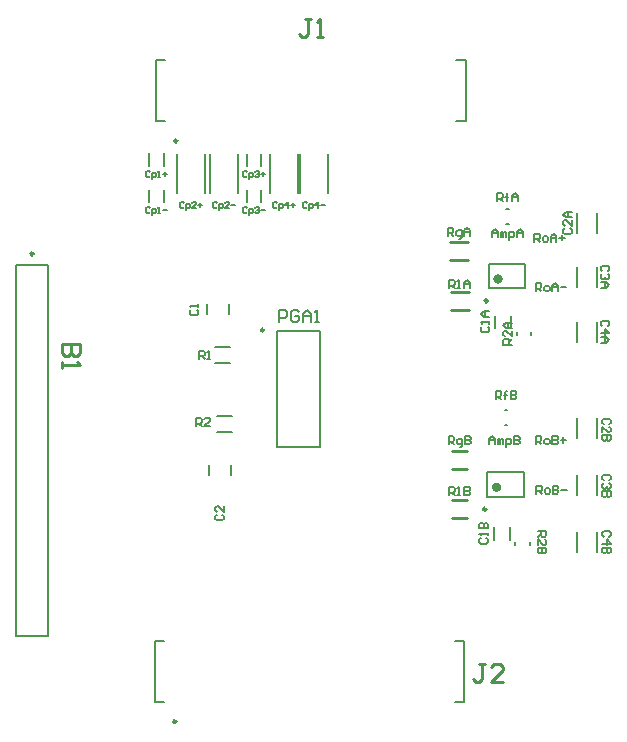
<source format=gbr>
%TF.GenerationSoftware,Altium Limited,Altium Designer,22.9.1 (49)*%
G04 Layer_Color=65535*
%FSLAX25Y25*%
%MOIN*%
%TF.SameCoordinates,3D4AB22D-4464-4A1E-8ED4-CD8DD9DE0D00*%
%TF.FilePolarity,Positive*%
%TF.FileFunction,Legend,Top*%
%TF.Part,Single*%
G01*
G75*
%TA.AperFunction,NonConductor*%
%ADD27C,0.01000*%
%ADD35C,0.00984*%
%ADD36C,0.01575*%
%ADD37C,0.00787*%
%ADD38C,0.00591*%
D27*
X208000Y186000D02*
X214000D01*
X208000Y192000D02*
X214000D01*
X207791Y208500D02*
X213791D01*
X207791Y202500D02*
X213791D01*
X208500Y122500D02*
X213500D01*
X208500Y139000D02*
X213500D01*
X208500Y116500D02*
X213500D01*
X208500Y133000D02*
X213500D01*
X219500Y67999D02*
X217501D01*
X218501D01*
Y63001D01*
X217501Y62001D01*
X216501D01*
X215502Y63001D01*
X225498Y62001D02*
X221500D01*
X225498Y66000D01*
Y66999D01*
X224499Y67999D01*
X222499D01*
X221500Y66999D01*
X161417Y282936D02*
X159418D01*
X160418D01*
Y277938D01*
X159418Y276938D01*
X158418D01*
X157419Y277938D01*
X163417Y276938D02*
X165416D01*
X164416D01*
Y282936D01*
X163417Y281936D01*
X84398Y174671D02*
X78400D01*
Y171672D01*
X79400Y170672D01*
X80400D01*
X81399Y171672D01*
Y174671D01*
Y171672D01*
X82399Y170672D01*
X83399D01*
X84398Y171672D01*
Y174671D01*
X78400Y168673D02*
Y166674D01*
Y167673D01*
X84398D01*
X83399Y168673D01*
D35*
X116512Y48787D02*
G03*
X116512Y48787I-492J0D01*
G01*
X116929Y242287D02*
G03*
X116929Y242287I-492J0D01*
G01*
X145780Y179185D02*
G03*
X145780Y179185I-492J0D01*
G01*
X68992Y204661D02*
G03*
X68992Y204661I-492J0D01*
G01*
X219882Y119500D02*
G03*
X219882Y119500I-492J0D01*
G01*
X220382Y189000D02*
G03*
X220382Y189000I-492J0D01*
G01*
D36*
X224114Y126784D02*
G03*
X224114Y126784I-787J0D01*
G01*
X224614Y196283D02*
G03*
X224614Y196283I-787J0D01*
G01*
D37*
X109425Y55362D02*
Y75638D01*
X209445Y55362D02*
X212575D01*
X109425D02*
X112555D01*
X212575D02*
Y75638D01*
X209445D02*
X212575D01*
X109425D02*
X112555D01*
X109843Y248862D02*
Y269138D01*
X209862Y248862D02*
X212992D01*
X109843D02*
X112972D01*
X212992D02*
Y269138D01*
X209862D02*
X212992D01*
X109843D02*
X112972D01*
X150012Y140209D02*
X164579D01*
X150012Y178791D02*
X164579D01*
Y140209D02*
Y178791D01*
X150012Y140209D02*
Y178791D01*
X63185Y200972D02*
X73815D01*
X63185Y77350D02*
Y200972D01*
Y77350D02*
X73815D01*
Y200972D01*
X157138Y225039D02*
Y238055D01*
X147862Y225039D02*
Y238055D01*
X167138Y224992D02*
Y238008D01*
X157862Y224992D02*
Y238008D01*
X134158Y184645D02*
Y187979D01*
X126842Y184645D02*
Y187979D01*
X256846Y193654D02*
Y200346D01*
X250153Y193654D02*
Y200346D01*
Y143154D02*
Y149846D01*
X256846Y143154D02*
Y149846D01*
X250153Y175201D02*
Y181894D01*
X256846Y175201D02*
Y181894D01*
Y124153D02*
Y130847D01*
X250153Y124153D02*
Y130847D01*
X256846Y211606D02*
Y218299D01*
X250153Y211606D02*
Y218299D01*
X127342Y131021D02*
Y134355D01*
X134658Y131021D02*
Y134355D01*
X129995Y150657D02*
X135005D01*
X129995Y145343D02*
X135005D01*
X129495Y173658D02*
X134505D01*
X129495Y168342D02*
X134505D01*
X107539Y221858D02*
Y225992D01*
X112461Y221858D02*
Y225992D01*
X107539Y234008D02*
Y238142D01*
X112461Y234008D02*
Y238142D01*
X126138Y225039D02*
Y238055D01*
X116862Y225039D02*
Y238055D01*
X140039Y233933D02*
Y238067D01*
X144961Y233933D02*
Y238067D01*
X137138Y224992D02*
Y238008D01*
X127862Y224992D02*
Y238008D01*
X140039Y221933D02*
Y226067D01*
X144961Y221933D02*
Y226067D01*
X226106Y152461D02*
X226894D01*
X226106Y147539D02*
X226894D01*
X256846Y105154D02*
Y111846D01*
X250153Y105154D02*
Y111846D01*
X229539Y107669D02*
Y108457D01*
X234461Y107669D02*
Y108457D01*
X232382Y123634D02*
Y131902D01*
X220177Y123634D02*
Y131902D01*
X232382D01*
X220177Y123634D02*
X232382D01*
X222833Y179938D02*
Y184072D01*
X228157Y179933D02*
Y184067D01*
X230039Y177669D02*
Y178457D01*
X234961Y177669D02*
Y178457D01*
X232882Y193134D02*
Y201402D01*
X220677Y193134D02*
Y201402D01*
X232882D01*
X220677Y193134D02*
X232882D01*
X226606Y219461D02*
X227394D01*
X226606Y214539D02*
X227394D01*
X227658Y109358D02*
Y113492D01*
X222333Y109363D02*
Y113497D01*
X150940Y182032D02*
Y185968D01*
X152908D01*
X153564Y185312D01*
Y184000D01*
X152908Y183344D01*
X150940D01*
X157500Y185312D02*
X156844Y185968D01*
X155532D01*
X154876Y185312D01*
Y182688D01*
X155532Y182032D01*
X156844D01*
X157500Y182688D01*
Y184000D01*
X156188D01*
X158812Y182032D02*
Y184656D01*
X160124Y185968D01*
X161436Y184656D01*
Y182032D01*
Y184000D01*
X158812D01*
X162748Y182032D02*
X164060D01*
X163404D01*
Y185968D01*
X162748Y185312D01*
X207556Y193122D02*
Y195878D01*
X208934D01*
X209393Y195418D01*
Y194500D01*
X208934Y194041D01*
X207556D01*
X208475D02*
X209393Y193122D01*
X210311D02*
X211230D01*
X210770D01*
Y195878D01*
X210311Y195418D01*
X212607Y193122D02*
Y194959D01*
X213525Y195878D01*
X214444Y194959D01*
Y193122D01*
Y194500D01*
X212607D01*
X207118Y210582D02*
Y213337D01*
X208495D01*
X208955Y212877D01*
Y211959D01*
X208495Y211500D01*
X207118D01*
X208036D02*
X208955Y210582D01*
X210791Y209663D02*
X211250D01*
X211710Y210122D01*
Y212418D01*
X210332D01*
X209873Y211959D01*
Y211041D01*
X210332Y210582D01*
X211710D01*
X212628D02*
Y212418D01*
X213546Y213337D01*
X214465Y212418D01*
Y210582D01*
Y211959D01*
X212628D01*
X121582Y186000D02*
X121123Y185541D01*
Y184623D01*
X121582Y184163D01*
X123418D01*
X123878Y184623D01*
Y185541D01*
X123418Y186000D01*
X123878Y186918D02*
Y187837D01*
Y187378D01*
X121123D01*
X121582Y186918D01*
X260418Y198837D02*
X260877Y199296D01*
Y200214D01*
X260418Y200673D01*
X258582D01*
X258122Y200214D01*
Y199296D01*
X258582Y198837D01*
X260418Y197918D02*
X260877Y197459D01*
Y196541D01*
X260418Y196082D01*
X259959D01*
X259500Y196541D01*
Y197000D01*
Y196541D01*
X259041Y196082D01*
X258582D01*
X258122Y196541D01*
Y197459D01*
X258582Y197918D01*
X258122Y195163D02*
X259959D01*
X260877Y194245D01*
X259959Y193327D01*
X258122D01*
X259500D01*
Y195163D01*
X260918Y147884D02*
X261378Y148343D01*
Y149261D01*
X260918Y149721D01*
X259082D01*
X258623Y149261D01*
Y148343D01*
X259082Y147884D01*
X258623Y145129D02*
Y146966D01*
X260459Y145129D01*
X260918D01*
X261378Y145588D01*
Y146506D01*
X260918Y146966D01*
X261378Y144211D02*
X258623D01*
Y142833D01*
X259082Y142374D01*
X259541D01*
X260000Y142833D01*
Y144211D01*
Y142833D01*
X260459Y142374D01*
X260918D01*
X261378Y142833D01*
Y144211D01*
X236449Y141122D02*
Y143877D01*
X237827D01*
X238286Y143418D01*
Y142500D01*
X237827Y142041D01*
X236449D01*
X237368D02*
X238286Y141122D01*
X239663D02*
X240582D01*
X241041Y141582D01*
Y142500D01*
X240582Y142959D01*
X239663D01*
X239204Y142500D01*
Y141582D01*
X239663Y141122D01*
X241959Y143877D02*
Y141122D01*
X243337D01*
X243796Y141582D01*
Y142041D01*
X243337Y142500D01*
X241959D01*
X243337D01*
X243796Y142959D01*
Y143418D01*
X243337Y143877D01*
X241959D01*
X244714Y142500D02*
X246551D01*
X245633Y143418D02*
Y141582D01*
X236633Y124622D02*
Y127377D01*
X238010D01*
X238469Y126918D01*
Y126000D01*
X238010Y125541D01*
X236633D01*
X237551D02*
X238469Y124622D01*
X239847D02*
X240765D01*
X241224Y125082D01*
Y126000D01*
X240765Y126459D01*
X239847D01*
X239388Y126000D01*
Y125082D01*
X239847Y124622D01*
X242143Y127377D02*
Y124622D01*
X243520D01*
X243979Y125082D01*
Y125541D01*
X243520Y126000D01*
X242143D01*
X243520D01*
X243979Y126459D01*
Y126918D01*
X243520Y127377D01*
X242143D01*
X244898Y126000D02*
X246734D01*
X260418Y180431D02*
X260877Y180890D01*
Y181809D01*
X260418Y182268D01*
X258582D01*
X258122Y181809D01*
Y180890D01*
X258582Y180431D01*
X258122Y178135D02*
X260877D01*
X259500Y179513D01*
Y177676D01*
X258122Y176758D02*
X259959D01*
X260877Y175839D01*
X259959Y174921D01*
X258122D01*
X259500D01*
Y176758D01*
X260918Y129104D02*
X261378Y129564D01*
Y130482D01*
X260918Y130941D01*
X259082D01*
X258623Y130482D01*
Y129564D01*
X259082Y129104D01*
X260918Y128186D02*
X261378Y127727D01*
Y126809D01*
X260918Y126349D01*
X260459D01*
X260000Y126809D01*
Y127268D01*
Y126809D01*
X259541Y126349D01*
X259082D01*
X258623Y126809D01*
Y127727D01*
X259082Y128186D01*
X261378Y125431D02*
X258623D01*
Y124054D01*
X259082Y123594D01*
X259541D01*
X260000Y124054D01*
Y125431D01*
Y124054D01*
X260459Y123594D01*
X260918D01*
X261378Y124054D01*
Y125431D01*
X246082Y213116D02*
X245622Y212657D01*
Y211739D01*
X246082Y211279D01*
X247918D01*
X248377Y211739D01*
Y212657D01*
X247918Y213116D01*
X248377Y215871D02*
Y214034D01*
X246541Y215871D01*
X246082D01*
X245622Y215412D01*
Y214494D01*
X246082Y214034D01*
X248377Y216789D02*
X246541D01*
X245622Y217708D01*
X246541Y218626D01*
X248377D01*
X247000D01*
Y216789D01*
X207327Y141082D02*
Y143837D01*
X208704D01*
X209163Y143377D01*
Y142459D01*
X208704Y142000D01*
X207327D01*
X208245D02*
X209163Y141082D01*
X211000Y140163D02*
X211459D01*
X211918Y140622D01*
Y142918D01*
X210541D01*
X210082Y142459D01*
Y141541D01*
X210541Y141082D01*
X211918D01*
X212837Y143837D02*
Y141082D01*
X214214D01*
X214673Y141541D01*
Y142000D01*
X214214Y142459D01*
X212837D01*
X214214D01*
X214673Y142918D01*
Y143377D01*
X214214Y143837D01*
X212837D01*
X130082Y117729D02*
X129622Y117270D01*
Y116351D01*
X130082Y115892D01*
X131918D01*
X132378Y116351D01*
Y117270D01*
X131918Y117729D01*
X132378Y120484D02*
Y118647D01*
X130541Y120484D01*
X130082D01*
X129622Y120025D01*
Y119106D01*
X130082Y118647D01*
X123204Y147123D02*
Y149878D01*
X124582D01*
X125041Y149418D01*
Y148500D01*
X124582Y148041D01*
X123204D01*
X124123D02*
X125041Y147123D01*
X127796D02*
X125959D01*
X127796Y148959D01*
Y149418D01*
X127337Y149878D01*
X126418D01*
X125959Y149418D01*
X124163Y169623D02*
Y172378D01*
X125541D01*
X126000Y171918D01*
Y171000D01*
X125541Y170541D01*
X124163D01*
X125082D02*
X126000Y169623D01*
X126918D02*
X127837D01*
X127377D01*
Y172378D01*
X126918Y171918D01*
X223056Y156123D02*
Y158878D01*
X224434D01*
X224893Y158418D01*
Y157500D01*
X224434Y157041D01*
X223056D01*
X223975D02*
X224893Y156123D01*
X226270D02*
Y158418D01*
Y157500D01*
X225811D01*
X226730D01*
X226270D01*
Y158418D01*
X226730Y158878D01*
X228107D02*
Y156123D01*
X229485D01*
X229944Y156582D01*
Y157041D01*
X229485Y157500D01*
X228107D01*
X229485D01*
X229944Y157959D01*
Y158418D01*
X229485Y158878D01*
X228107D01*
X260918Y110337D02*
X261378Y110796D01*
Y111714D01*
X260918Y112173D01*
X259082D01*
X258623Y111714D01*
Y110796D01*
X259082Y110337D01*
X258623Y108041D02*
X261378D01*
X260000Y109418D01*
Y107582D01*
X261378Y106663D02*
X258623D01*
Y105286D01*
X259082Y104827D01*
X259541D01*
X260000Y105286D01*
Y106663D01*
Y105286D01*
X260459Y104827D01*
X260918D01*
X261378Y105286D01*
Y106663D01*
X237123Y112173D02*
X239878D01*
Y110796D01*
X239418Y110337D01*
X238500D01*
X238041Y110796D01*
Y112173D01*
Y111255D02*
X237123Y110337D01*
Y107582D02*
Y109418D01*
X238959Y107582D01*
X239418D01*
X239878Y108041D01*
Y108959D01*
X239418Y109418D01*
X239878Y106663D02*
X237123D01*
Y105286D01*
X237582Y104827D01*
X238041D01*
X238500Y105286D01*
Y106663D01*
Y105286D01*
X238959Y104827D01*
X239418D01*
X239878Y105286D01*
Y106663D01*
X220949Y141082D02*
Y142918D01*
X221867Y143837D01*
X222786Y142918D01*
Y141082D01*
Y142459D01*
X220949D01*
X223704Y141082D02*
Y142918D01*
X224163D01*
X224623Y142459D01*
Y141082D01*
Y142459D01*
X225082Y142918D01*
X225541Y142459D01*
Y141082D01*
X226459Y140163D02*
Y142918D01*
X227837D01*
X228296Y142459D01*
Y141541D01*
X227837Y141082D01*
X226459D01*
X229214Y143837D02*
Y141082D01*
X230592D01*
X231051Y141541D01*
Y142000D01*
X230592Y142459D01*
X229214D01*
X230592D01*
X231051Y142918D01*
Y143377D01*
X230592Y143837D01*
X229214D01*
X218582Y180393D02*
X218123Y179934D01*
Y179015D01*
X218582Y178556D01*
X220418D01*
X220878Y179015D01*
Y179934D01*
X220418Y180393D01*
X220878Y181311D02*
Y182230D01*
Y181770D01*
X218123D01*
X218582Y181311D01*
X220878Y183607D02*
X219041D01*
X218123Y184525D01*
X219041Y185444D01*
X220878D01*
X219500D01*
Y183607D01*
X228378Y174390D02*
X225623D01*
Y175767D01*
X226082Y176226D01*
X227000D01*
X227459Y175767D01*
Y174390D01*
Y175308D02*
X228378Y176226D01*
Y178981D02*
Y177145D01*
X226541Y178981D01*
X226082D01*
X225623Y178522D01*
Y177604D01*
X226082Y177145D01*
X228378Y179900D02*
X226541D01*
X225623Y180818D01*
X226541Y181736D01*
X228378D01*
X227000D01*
Y179900D01*
X221949Y210082D02*
Y211918D01*
X222867Y212837D01*
X223786Y211918D01*
Y210082D01*
Y211459D01*
X221949D01*
X224704Y210082D02*
Y211918D01*
X225163D01*
X225623Y211459D01*
Y210082D01*
Y211459D01*
X226082Y211918D01*
X226541Y211459D01*
Y210082D01*
X227459Y209163D02*
Y211918D01*
X228837D01*
X229296Y211459D01*
Y210541D01*
X228837Y210082D01*
X227459D01*
X230214D02*
Y211918D01*
X231133Y212837D01*
X232051Y211918D01*
Y210082D01*
Y211459D01*
X230214D01*
X223556Y222123D02*
Y224878D01*
X224934D01*
X225393Y224418D01*
Y223500D01*
X224934Y223041D01*
X223556D01*
X224475D02*
X225393Y222123D01*
X226770D02*
Y224418D01*
Y223500D01*
X226311D01*
X227230D01*
X226770D01*
Y224418D01*
X227230Y224878D01*
X228607Y222123D02*
Y223959D01*
X229525Y224878D01*
X230444Y223959D01*
Y222123D01*
Y223500D01*
X228607D01*
X235949Y208623D02*
Y211378D01*
X237327D01*
X237786Y210918D01*
Y210000D01*
X237327Y209541D01*
X235949D01*
X236867D02*
X237786Y208623D01*
X239163D02*
X240082D01*
X240541Y209082D01*
Y210000D01*
X240082Y210459D01*
X239163D01*
X238704Y210000D01*
Y209082D01*
X239163Y208623D01*
X241459D02*
Y210459D01*
X242377Y211378D01*
X243296Y210459D01*
Y208623D01*
Y210000D01*
X241459D01*
X244214D02*
X246051D01*
X245132Y210918D02*
Y209082D01*
X236449Y192122D02*
Y194878D01*
X237827D01*
X238286Y194418D01*
Y193500D01*
X237827Y193041D01*
X236449D01*
X237368D02*
X238286Y192122D01*
X239663D02*
X240582D01*
X241041Y192582D01*
Y193500D01*
X240582Y193959D01*
X239663D01*
X239204Y193500D01*
Y192582D01*
X239663Y192122D01*
X241959D02*
Y193959D01*
X242878Y194878D01*
X243796Y193959D01*
Y192122D01*
Y193500D01*
X241959D01*
X244714D02*
X246551D01*
X207556Y124123D02*
Y126877D01*
X208934D01*
X209393Y126418D01*
Y125500D01*
X208934Y125041D01*
X207556D01*
X208475D02*
X209393Y124123D01*
X210311D02*
X211230D01*
X210770D01*
Y126877D01*
X210311Y126418D01*
X212607Y126877D02*
Y124123D01*
X213985D01*
X214444Y124582D01*
Y125041D01*
X213985Y125500D01*
X212607D01*
X213985D01*
X214444Y125959D01*
Y126418D01*
X213985Y126877D01*
X212607D01*
X218082Y109893D02*
X217622Y109434D01*
Y108515D01*
X218082Y108056D01*
X219918D01*
X220377Y108515D01*
Y109434D01*
X219918Y109893D01*
X220377Y110811D02*
Y111730D01*
Y111270D01*
X217622D01*
X218082Y110811D01*
X217622Y113107D02*
X220377D01*
Y114485D01*
X219918Y114944D01*
X219459D01*
X219000Y114485D01*
Y113107D01*
Y114485D01*
X218541Y114944D01*
X218082D01*
X217622Y114485D01*
Y113107D01*
D38*
X150204Y221484D02*
X149876Y221812D01*
X149220D01*
X148892Y221484D01*
Y220172D01*
X149220Y219844D01*
X149876D01*
X150204Y220172D01*
X150860Y219188D02*
Y221156D01*
X151844D01*
X152172Y220828D01*
Y220172D01*
X151844Y219844D01*
X150860D01*
X153812D02*
Y221812D01*
X152828Y220828D01*
X154140D01*
X154796D02*
X156108D01*
X155452Y221484D02*
Y220172D01*
X160204Y221484D02*
X159876Y221812D01*
X159220D01*
X158892Y221484D01*
Y220172D01*
X159220Y219844D01*
X159876D01*
X160204Y220172D01*
X160860Y219188D02*
Y221156D01*
X161844D01*
X162172Y220828D01*
Y220172D01*
X161844Y219844D01*
X160860D01*
X163812D02*
Y221812D01*
X162828Y220828D01*
X164140D01*
X164796D02*
X166108D01*
X107868Y219984D02*
X107540Y220312D01*
X106884D01*
X106556Y219984D01*
Y218672D01*
X106884Y218344D01*
X107540D01*
X107868Y218672D01*
X108524Y217688D02*
Y219656D01*
X109508D01*
X109836Y219328D01*
Y218672D01*
X109508Y218344D01*
X108524D01*
X110492D02*
X111148D01*
X110820D01*
Y220312D01*
X110492Y219984D01*
X112132Y219328D02*
X113444D01*
X107868Y231984D02*
X107540Y232312D01*
X106884D01*
X106556Y231984D01*
Y230672D01*
X106884Y230344D01*
X107540D01*
X107868Y230672D01*
X108524Y229688D02*
Y231656D01*
X109508D01*
X109836Y231328D01*
Y230672D01*
X109508Y230344D01*
X108524D01*
X110492D02*
X111148D01*
X110820D01*
Y232312D01*
X110492Y231984D01*
X112132Y231328D02*
X113444D01*
X112788Y231984D02*
Y230672D01*
X119204Y221484D02*
X118876Y221812D01*
X118220D01*
X117892Y221484D01*
Y220172D01*
X118220Y219844D01*
X118876D01*
X119204Y220172D01*
X119860Y219188D02*
Y221156D01*
X120844D01*
X121172Y220828D01*
Y220172D01*
X120844Y219844D01*
X119860D01*
X123140D02*
X121828D01*
X123140Y221156D01*
Y221484D01*
X122812Y221812D01*
X122156D01*
X121828Y221484D01*
X123796Y220828D02*
X125108D01*
X124452Y221484D02*
Y220172D01*
X140204Y231984D02*
X139876Y232312D01*
X139220D01*
X138892Y231984D01*
Y230672D01*
X139220Y230344D01*
X139876D01*
X140204Y230672D01*
X140860Y229688D02*
Y231656D01*
X141844D01*
X142172Y231328D01*
Y230672D01*
X141844Y230344D01*
X140860D01*
X142828Y231984D02*
X143156Y232312D01*
X143812D01*
X144140Y231984D01*
Y231656D01*
X143812Y231328D01*
X143484D01*
X143812D01*
X144140Y231000D01*
Y230672D01*
X143812Y230344D01*
X143156D01*
X142828Y230672D01*
X144796Y231328D02*
X146108D01*
X145452Y231984D02*
Y230672D01*
X130204Y221484D02*
X129876Y221812D01*
X129220D01*
X128892Y221484D01*
Y220172D01*
X129220Y219844D01*
X129876D01*
X130204Y220172D01*
X130860Y219188D02*
Y221156D01*
X131844D01*
X132172Y220828D01*
Y220172D01*
X131844Y219844D01*
X130860D01*
X134140D02*
X132828D01*
X134140Y221156D01*
Y221484D01*
X133812Y221812D01*
X133156D01*
X132828Y221484D01*
X134796Y220828D02*
X136108D01*
X140204Y219984D02*
X139876Y220312D01*
X139220D01*
X138892Y219984D01*
Y218672D01*
X139220Y218344D01*
X139876D01*
X140204Y218672D01*
X140860Y217688D02*
Y219656D01*
X141844D01*
X142172Y219328D01*
Y218672D01*
X141844Y218344D01*
X140860D01*
X142828Y219984D02*
X143156Y220312D01*
X143812D01*
X144140Y219984D01*
Y219656D01*
X143812Y219328D01*
X143484D01*
X143812D01*
X144140Y219000D01*
Y218672D01*
X143812Y218344D01*
X143156D01*
X142828Y218672D01*
X144796Y219328D02*
X146108D01*
%TF.MD5,07cdc2ce40beec825fae6b20c44e2fde*%
M02*

</source>
